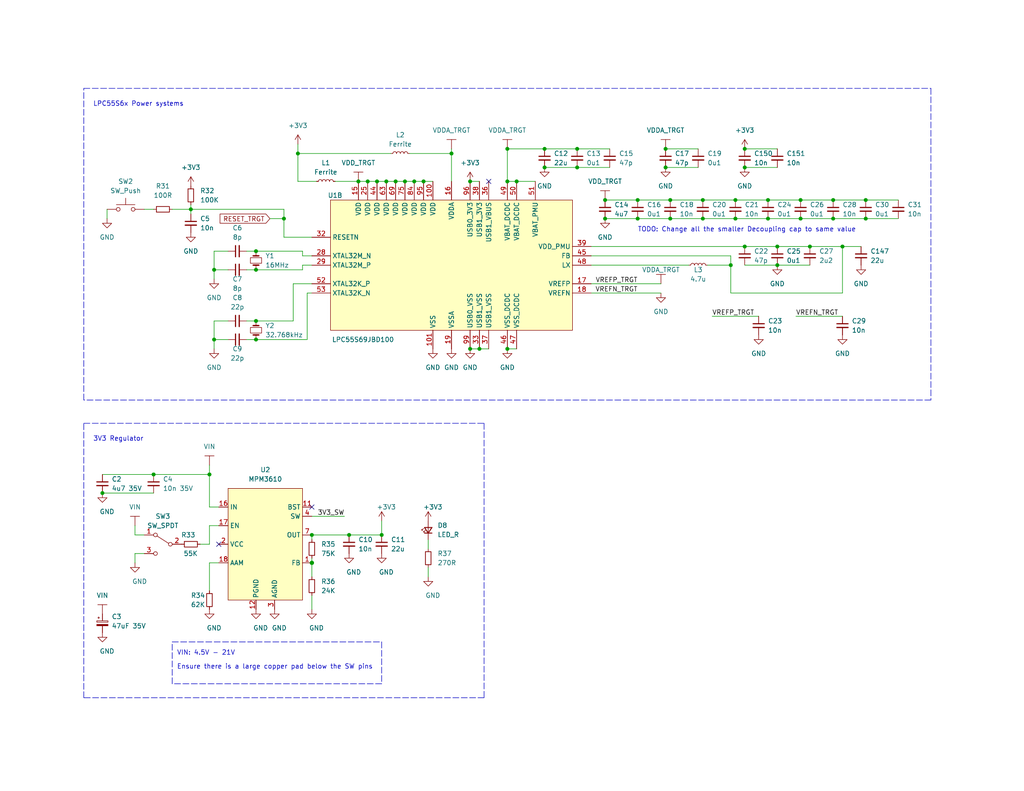
<source format=kicad_sch>
(kicad_sch (version 20231120) (generator "eeschema") (generator_version "8.0")
  (paper "USLetter")
  (title_block (title "ReLoki - System Power") (date "2022-10-19") (rev "0.1") (company "George Mason University"))
  (lib_symbols
    (symbol "Converter_DCDC_U:MPM3610"
      (property "Reference" "U" (at -8.89 13.97 0))
      (property "Value" "MPM3610" (at 6.35 13.97 0))
      (symbol "MPM3610_0_1"
        (rectangle (start -10.16 12.7) (end 10.16 -17.78) (fill (type background)))
      )
      (symbol "MPM3610_1_1"
        (pin input line (at 12.7 -7.62 180) (length 2.54) (name "FB") (number "1"))
        (pin no_connect line (at 10.16 -12.7 180) (length 2.54) hide (name "NC") (number "10"))
        (pin input line (at 12.7 7.62 180) (length 2.54) (name "BST") (number "11"))
        (pin input line (at -2.54 -20.32 90) (length 2.54) (name "PGND") (number "12"))
        (pin input line (at -2.54 -20.32 90) (length 2.54) hide (name "PGND") (number "13"))
        (pin input line (at -2.54 -20.32 90) (length 2.54) hide (name "PGND") (number "14"))
        (pin no_connect line (at 10.16 -10.16 180) (length 2.54) hide (name "NC") (number "15"))
        (pin power_in line (at -12.7 7.62 0) (length 2.54) (name "IN") (number "16"))
        (pin input line (at -12.7 2.54 0) (length 2.54) (name "EN") (number "17"))
        (pin input line (at -12.7 -7.62 0) (length 2.54) (name "AAM") (number "18"))
        (pin power_out line (at -12.7 -2.54 0) (length 2.54) (name "VCC") (number "2"))
        (pin input line (at 2.54 -20.32 90) (length 2.54) (name "AGND") (number "3"))
        (pin output line (at 12.7 5.08 180) (length 2.54) (name "SW") (number "4"))
        (pin output line (at 12.7 5.08 180) (length 2.54) hide (name "SW") (number "5"))
        (pin output line (at 12.7 5.08 180) (length 2.54) hide (name "SW") (number "6"))
        (pin power_out line (at 12.7 0 180) (length 2.54) (name "OUT") (number "7"))
        (pin power_out line (at 12.7 0 180) (length 2.54) hide (name "OUT") (number "8"))
        (pin power_out line (at 12.7 0 180) (length 2.54) hide (name "OUT") (number "9"))
      )
    )
    (symbol "Device:C_Polarized_Small" (pin_numbers hide) (pin_names (offset 0.254) hide)
      (property "Reference" "C" (at 0.254 1.778 0))
      (property "Value" "C_Polarized_Small" (at 0.254 -2.032 0))
      (symbol "C_Polarized_Small_0_1"
        (rectangle (start -1.524 -0.3048) (end 1.524 -0.6858) (fill (type outline)))
        (rectangle (start -1.524 0.6858) (end 1.524 0.3048))
        (polyline (pts (xy -1.27 1.524) (xy -0.762 1.524)))
        (polyline (pts (xy -1.016 1.27) (xy -1.016 1.778)))
      )
      (symbol "C_Polarized_Small_1_1"
        (pin passive line (at 0 2.54 270) (length 1.8542) (name "~") (number "1"))
        (pin passive line (at 0 -2.54 90) (length 1.8542) (name "~") (number "2"))
      )
    )
    (symbol "Device:C_Small" (pin_numbers hide) (pin_names (offset 0.254) hide)
      (property "Reference" "C" (at 0.254 1.778 0))
      (property "Value" "C_Small" (at 0.254 -2.032 0))
      (symbol "C_Small_0_1"
        (polyline (pts (xy -1.524 -0.508) (xy 1.524 -0.508)) (stroke (width 0.3302)))
        (polyline (pts (xy -1.524 0.508) (xy 1.524 0.508)) (stroke (width 0.3048)))
      )
      (symbol "C_Small_1_1"
        (pin passive line (at 0 2.54 270) (length 2.032) (name "~") (number "1"))
        (pin passive line (at 0 -2.54 90) (length 2.032) (name "~") (number "2"))
      )
    )
    (symbol "Device:Crystal_Small" (pin_numbers hide) (pin_names (offset 1.016) hide)
      (property "Reference" "Y" (at 0 2.54 0))
      (property "Value" "Crystal_Small" (at 0 -2.54 0))
      (symbol "Crystal_Small_0_1"
        (rectangle (start -0.762 -1.524) (end 0.762 1.524))
        (polyline (pts (xy -1.27 -0.762) (xy -1.27 0.762)) (stroke (width 0.381)))
        (polyline (pts (xy 1.27 -0.762) (xy 1.27 0.762)) (stroke (width 0.381)))
      )
      (symbol "Crystal_Small_1_1"
        (pin passive line (at -2.54 0 0) (length 1.27) (name "1") (number "1"))
        (pin passive line (at 2.54 0 180) (length 1.27) (name "2") (number "2"))
      )
    )
    (symbol "Device:LED_Small" (pin_numbers hide) (pin_names (offset 0.254) hide)
      (property "Reference" "D" (at -1.27 3.175 0))
      (property "Value" "LED_Small" (at -4.445 -2.54 0))
      (symbol "LED_Small_0_1"
        (polyline (pts (xy -0.762 -1.016) (xy -0.762 1.016)) (stroke (width 0.254)))
        (polyline (pts (xy 1.016 0) (xy -0.762 0)))
        (polyline (pts (xy 0.762 -1.016) (xy -0.762 0) (xy 0.762 1.016) (xy 0.762 -1.016)) (stroke (width 0.254)))
        (polyline (pts (xy 0 0.762) (xy -0.508 1.27) (xy -0.254 1.27) (xy -0.508 1.27) (xy -0.508 1.016)))
        (polyline (pts (xy 0.508 1.27) (xy 0 1.778) (xy 0.254 1.778) (xy 0 1.778) (xy 0 1.524)))
      )
      (symbol "LED_Small_1_1"
        (pin passive line (at -2.54 0 0) (length 1.778) (name "K") (number "1"))
        (pin passive line (at 2.54 0 180) (length 1.778) (name "A") (number "2"))
      )
    )
    (symbol "Device:L_Small" (pin_numbers hide) (pin_names (offset 0.254) hide)
      (property "Reference" "L" (at 0.762 1.016 0))
      (property "Value" "L_Small" (at 0.762 -1.016 0))
      (symbol "L_Small_0_1"
        (arc (start 0 -2.032) (mid 0.5058 -1.524) (end 0 -1.016))
        (arc (start 0 -1.016) (mid 0.5058 -0.508) (end 0 0))
        (arc (start 0 0) (mid 0.5058 0.508) (end 0 1.016))
        (arc (start 0 1.016) (mid 0.5058 1.524) (end 0 2.032))
      )
      (symbol "L_Small_1_1"
        (pin passive line (at 0 2.54 270) (length 0.508) (name "~") (number "1"))
        (pin passive line (at 0 -2.54 90) (length 0.508) (name "~") (number "2"))
      )
    )
    (symbol "Device:R_Small" (pin_numbers hide) (pin_names (offset 0.254) hide)
      (property "Reference" "R" (at 0.762 0.508 0))
      (property "Value" "R_Small" (at 0.762 -1.016 0))
      (symbol "R_Small_0_1"
        (rectangle (start -0.762 1.778) (end 0.762 -1.778) (stroke (width 0.2032)))
      )
      (symbol "R_Small_1_1"
        (pin passive line (at 0 2.54 270) (length 0.762) (name "~") (number "1"))
        (pin passive line (at 0 -2.54 90) (length 0.762) (name "~") (number "2"))
      )
    )
    (symbol "MCU_NXP_LPC_U:LPC55S69JBD100"
      (property "Reference" "U" (at 0 48.26 0))
      (property "Value" "LPC55S69JBD100" (at 0 45.72 0))
      (symbol "LPC55S69JBD100_1_1"
        (rectangle (start -15.24 43.18) (end 15.24 -66.04) (fill (type background)))
        (pin bidirectional line (at 20.32 22.86 180) (length 5.08) (name "P1.4") (number "1"))
        (pin bidirectional line (at 20.32 10.16 180) (length 5.08) (name "P1.9") (number "10"))
        (pin bidirectional line (at 20.32 33.02 180) (length 5.08) (name "P1.0") (number "11"))
        (pin bidirectional line (at -20.32 2.54 0) (length 5.08) (name "P0.12/SWDIO") (number "12"))
        (pin bidirectional line (at -20.32 5.08 0) (length 5.08) (name "P0.11/SWCLK") (number "13"))
        (pin bidirectional line (at -20.32 -7.62 0) (length 5.08) (name "P0.16") (number "14"))
        (pin bidirectional line (at 20.32 0 180) (length 5.08) (name "P1.13") (number "2"))
        (pin bidirectional line (at -20.32 -25.4 0) (length 5.08) (name "P0.23") (number "20"))
        (pin bidirectional line (at -20.32 7.62 0) (length 5.08) (name "P0.10") (number "21"))
        (pin bidirectional line (at -20.32 -5.08 0) (length 5.08) (name "P0.15") (number "22"))
        (pin bidirectional line (at -20.32 -45.72 0) (length 5.08) (name "P0.31") (number "23"))
        (pin bidirectional line (at 20.32 12.7 180) (length 5.08) (name "P1.8") (number "24"))
        (pin bidirectional line (at -20.32 12.7 0) (length 5.08) (name "P0.8") (number "26"))
        (pin bidirectional line (at -20.32 -35.56 0) (length 5.08) (name "P0.27") (number "27"))
        (pin bidirectional line (at 20.32 -27.94 180) (length 5.08) (name "P1.24") (number "3"))
        (pin bidirectional line (at 20.32 -20.32 180) (length 5.08) (name "P1.21") (number "30"))
        (pin bidirectional line (at 20.32 20.32 180) (length 5.08) (name "P1.5") (number "31"))
        (pin bidirectional line (at 20.32 -53.34 180) (length 5.08) (name "USB1_D_P") (number "34"))
        (pin bidirectional line (at 20.32 -55.88 180) (length 5.08) (name "USB1_D_N") (number "35"))
        (pin bidirectional line (at 20.32 -17.78 180) (length 5.08) (name "P1.20") (number "4"))
        (pin bidirectional line (at 20.32 7.62 180) (length 5.08) (name "P1.10") (number "40"))
        (pin bidirectional line (at 20.32 -22.86 180) (length 5.08) (name "P1.22") (number "41"))
        (pin bidirectional line (at 20.32 -25.4 180) (length 5.08) (name "P1.23") (number "42"))
        (pin bidirectional line (at 20.32 -10.16 180) (length 5.08) (name "P1.17") (number "43"))
        (pin bidirectional line (at 20.32 17.78 180) (length 5.08) (name "P1.6") (number "5"))
        (pin bidirectional line (at -20.32 33.02 0) (length 5.08) (name "P0.0") (number "54"))
        (pin bidirectional line (at -20.32 10.16 0) (length 5.08) (name "P0.9") (number "55"))
        (pin bidirectional line (at -20.32 -12.7 0) (length 5.08) (name "P0.18") (number "56"))
        (pin bidirectional line (at 20.32 -2.54 180) (length 5.08) (name "P1.14") (number "57"))
        (pin bidirectional line (at 20.32 -15.24 180) (length 5.08) (name "P1.19") (number "58"))
        (pin bidirectional line (at 20.32 30.48 180) (length 5.08) (name "P1.1") (number "59"))
        (pin bidirectional line (at -20.32 15.24 0) (length 5.08) (name "P0.7") (number "6"))
        (pin bidirectional line (at -20.32 -33.02 0) (length 5.08) (name "P0.26") (number "60"))
        (pin bidirectional line (at 20.32 27.94 180) (length 5.08) (name "P1.2") (number "61"))
        (pin bidirectional line (at 20.32 25.4 180) (length 5.08) (name "P1.3") (number "62"))
        (pin bidirectional line (at 20.32 -12.7 180) (length 5.08) (name "P1.18") (number "64"))
        (pin bidirectional line (at 20.32 -43.18 180) (length 5.08) (name "P1.30") (number "65"))
        (pin bidirectional line (at -20.32 -38.1 0) (length 5.08) (name "P0.28") (number "66"))
        (pin bidirectional line (at 20.32 2.54 180) (length 5.08) (name "P1.12") (number "67"))
        (pin bidirectional line (at 20.32 -33.02 180) (length 5.08) (name "P1.26") (number "68"))
        (pin bidirectional line (at -20.32 30.48 0) (length 5.08) (name "P0.1") (number "7"))
        (pin bidirectional line (at -20.32 -27.94 0) (length 5.08) (name "P0.24") (number "70"))
        (pin bidirectional line (at -20.32 0 0) (length 5.08) (name "P0.13") (number "71"))
        (pin bidirectional line (at -20.32 -2.54 0) (length 5.08) (name "P0.14") (number "72"))
        (pin bidirectional line (at 20.32 -38.1 180) (length 5.08) (name "P1.28") (number "73"))
        (pin bidirectional line (at -20.32 -17.78 0) (length 5.08) (name "P0.20") (number "74"))
        (pin bidirectional line (at -20.32 -20.32 0) (length 5.08) (name "P0.21") (number "76"))
        (pin bidirectional line (at 20.32 -30.48 180) (length 5.08) (name "P1.25") (number "77"))
        (pin bidirectional line (at -20.32 -22.86 0) (length 5.08) (name "P0.22") (number "78"))
        (pin bidirectional line (at -20.32 -30.48 0) (length 5.08) (name "P0.25") (number "79"))
        (pin bidirectional line (at -20.32 -10.16 0) (length 5.08) (name "P0.17") (number "8"))
        (pin bidirectional line (at 20.32 -40.64 180) (length 5.08) (name "P1.29") (number "80"))
        (pin bidirectional line (at -20.32 27.94 0) (length 5.08) (name "P0.2") (number "81"))
        (pin bidirectional line (at 20.32 -5.08 180) (length 5.08) (name "P1.15") (number "82"))
        (pin bidirectional line (at -20.32 25.4 0) (length 5.08) (name "P0.3") (number "83"))
        (pin bidirectional line (at 20.32 -35.56 180) (length 5.08) (name "P1.27") (number "85"))
        (pin bidirectional line (at -20.32 22.86 0) (length 5.08) (name "P0.4") (number "86"))
        (pin bidirectional line (at 20.32 -7.62 180) (length 5.08) (name "P1.16") (number "87"))
        (pin bidirectional line (at -20.32 20.32 0) (length 5.08) (name "P0.5") (number "88"))
        (pin bidirectional line (at -20.32 17.78 0) (length 5.08) (name "P0.6") (number "89"))
        (pin bidirectional line (at 20.32 15.24 180) (length 5.08) (name "P1.7") (number "9"))
        (pin bidirectional line (at -20.32 -15.24 0) (length 5.08) (name "P0.19") (number "90"))
        (pin bidirectional line (at 20.32 -45.72 180) (length 5.08) (name "P1.31") (number "91"))
        (pin bidirectional line (at -20.32 -40.64 0) (length 5.08) (name "P0.29") (number "92"))
        (pin bidirectional line (at 20.32 5.08 180) (length 5.08) (name "P1.11") (number "93"))
        (pin bidirectional line (at -20.32 -43.18 0) (length 5.08) (name "P0.30") (number "94"))
        (pin bidirectional line (at -20.32 -53.34 0) (length 5.08) (name "USB0_D_P") (number "97"))
        (pin bidirectional line (at -20.32 -55.88 0) (length 5.08) (name "USB0_D_N") (number "98"))
      )
      (symbol "LPC55S69JBD100_2_1"
        (rectangle (start -33.02 10.16) (end 33.02 -25.4) (fill (type background)))
        (pin power_in line (at -5.08 15.24 270) (length 5.08) (name "VDD") (number "100"))
        (pin power_in line (at -5.08 -30.48 90) (length 5.08) (name "VSS") (number "101"))
        (pin power_in line (at -25.4 15.24 270) (length 5.08) (name "VDD") (number "15"))
        (pin power_in line (at 0 15.24 270) (length 5.08) (name "VDDA") (number "16"))
        (pin input line (at 38.1 -12.7 180) (length 5.08) (name "VREFP") (number "17"))
        (pin input line (at 38.1 -15.24 180) (length 5.08) (name "VREFN") (number "18"))
        (pin power_in line (at 0 -30.48 90) (length 5.08) (name "VSSA") (number "19"))
        (pin power_in line (at -22.86 15.24 270) (length 5.08) (name "VDD") (number "25"))
        (pin input line (at -38.1 -5.08 0) (length 5.08) (name "XTAL32M_N") (number "28"))
        (pin output line (at -38.1 -7.62 0) (length 5.08) (name "XTAL32M_P") (number "29"))
        (pin input line (at -38.1 0 0) (length 5.08) (name "RESETN") (number "32"))
        (pin power_in line (at 7.62 -30.48 90) (length 5.08) (name "USB1_VSS") (number "33"))
        (pin power_in line (at 10.16 15.24 270) (length 5.08) (name "USB1_VBUS") (number "36"))
        (pin power_in line (at 10.16 -30.48 90) (length 5.08) (name "USB1_VSS") (number "37"))
        (pin power_in line (at 7.62 15.24 270) (length 5.08) (name "USB1_3V3") (number "38"))
        (pin output line (at 38.1 -2.54 180) (length 5.08) (name "VDD_PMU") (number "39"))
        (pin power_in line (at -20.32 15.24 270) (length 5.08) (name "VDD") (number "44"))
        (pin input line (at 38.1 -5.08 180) (length 5.08) (name "FB") (number "45"))
        (pin power_in line (at 15.24 -30.48 90) (length 5.08) (name "VSS_DCDC") (number "46"))
        (pin power_in line (at 17.78 -30.48 90) (length 5.08) (name "VSS_DCDC") (number "47"))
        (pin input line (at 38.1 -7.62 180) (length 5.08) (name "LX") (number "48"))
        (pin power_in line (at 15.24 15.24 270) (length 5.08) (name "VBAT_DCDC") (number "49"))
        (pin power_in line (at 17.78 15.24 270) (length 5.08) (name "VBAT_DCDC") (number "50"))
        (pin power_in line (at 22.86 15.24 270) (length 5.08) (name "VBAT_PMU") (number "51"))
        (pin output line (at -38.1 -12.7 0) (length 5.08) (name "XTAL32K_P") (number "52"))
        (pin input line (at -38.1 -15.24 0) (length 5.08) (name "XTAL32K_N") (number "53"))
        (pin power_in line (at -17.78 15.24 270) (length 5.08) (name "VDD") (number "63"))
        (pin power_in line (at -15.24 15.24 270) (length 5.08) (name "VDD") (number "69"))
        (pin power_in line (at -12.7 15.24 270) (length 5.08) (name "VDD") (number "75"))
        (pin power_in line (at -10.16 15.24 270) (length 5.08) (name "VDD") (number "84"))
        (pin power_in line (at -7.62 15.24 270) (length 5.08) (name "VDD") (number "95"))
        (pin power_in line (at 5.08 15.24 270) (length 5.08) (name "USB0_3V3") (number "96"))
        (pin power_in line (at 5.08 -30.48 90) (length 5.08) (name "USB0_VSS") (number "99"))
      )
    )
    (symbol "Switch:SW_Push" (pin_numbers hide) (pin_names (offset 1.016) hide)
      (property "Reference" "SW" (at 1.27 2.54 0))
      (property "Value" "SW_Push" (at 0 -1.524 0))
      (symbol "SW_Push_0_1"
        (circle (center -2.032 0) (radius 0.508))
        (polyline (pts (xy 0 1.27) (xy 0 3.048)))
        (polyline (pts (xy 2.54 1.27) (xy -2.54 1.27)))
        (circle (center 2.032 0) (radius 0.508))
        (pin passive line (at -5.08 0 0) (length 2.54) (name "1") (number "1"))
        (pin passive line (at 5.08 0 180) (length 2.54) (name "2") (number "2"))
      )
    )
    (symbol "Switch:SW_SPDT" (pin_names (offset 0) hide)
      (property "Reference" "SW" (at 0 4.318 0))
      (property "Value" "SW_SPDT" (at 0 -5.08 0))
      (symbol "SW_SPDT_0_0"
        (circle (center -2.032 0) (radius 0.508))
        (circle (center 2.032 -2.54) (radius 0.508))
      )
      (symbol "SW_SPDT_0_1"
        (polyline (pts (xy -1.524 0.254) (xy 1.651 2.286)))
        (circle (center 2.032 2.54) (radius 0.508))
      )
      (symbol "SW_SPDT_1_1"
        (pin passive line (at 5.08 2.54 180) (length 2.54) (name "A") (number "1"))
        (pin passive line (at -5.08 0 0) (length 2.54) (name "B") (number "2"))
        (pin passive line (at 5.08 -2.54 180) (length 2.54) (name "C") (number "3"))
      )
    )
    (symbol "VDDA_TRGT_1" (power) (in_bom no) (on_board no)
      (property "Value" "VDDA_TRGT_1" (at 0 3.81 0))
      (symbol "VDDA_TRGT_1_0_1"
        (polyline (pts (xy -1.27 2.54) (xy 1.27 2.54)))
        (polyline (pts (xy 0 0) (xy 0 2.54)))
      )
      (symbol "VDDA_TRGT_1_1_1"
        (pin power_in line (at 0 0 90) (length 0) hide (name "VDDA_TRGT") (number "1"))
      )
    )
    (symbol "VDD_TRGT_1" (power) (in_bom no) (on_board no)
      (property "Value" "VDD_TRGT_1" (at 0 3.81 0))
      (symbol "VDD_TRGT_1_0_1"
        (polyline (pts (xy -1.27 2.54) (xy 1.27 2.54)))
        (polyline (pts (xy 0 0) (xy 0 2.54)))
      )
      (symbol "VDD_TRGT_1_1_1"
        (pin power_in line (at 0 0 90) (length 0) hide (name "VDD_TRGT") (number "1"))
      )
    )
    (symbol "VIN_1" (power) (in_bom no) (on_board no)
      (property "Value" "VIN_1" (at 0 3.81 0))
      (symbol "VIN_1_0_1"
        (polyline (pts (xy -1.27 2.54) (xy 1.27 2.54)))
        (polyline (pts (xy 0 0) (xy 0 2.54)))
      )
      (symbol "VIN_1_1_1"
        (pin power_in line (at 0 0 90) (length 0) hide (name "VIN") (number "1"))
      )
    )
    (symbol "VIN_2" (power) (in_bom no) (on_board no)
      (property "Value" "VIN_2" (at 0 3.81 0))
      (symbol "VIN_2_0_1"
        (polyline (pts (xy -1.27 2.54) (xy 1.27 2.54)))
        (polyline (pts (xy 0 0) (xy 0 2.54)))
      )
      (symbol "VIN_2_1_1"
        (pin power_in line (at 0 0 90) (length 0) hide (name "VIN") (number "1"))
      )
    )
    (symbol "power:+3V3" (power) (pin_names (offset 0))
      (property "Value" "+3V3" (at 0 3.556 0))
      (symbol "+3V3_0_1"
        (polyline (pts (xy -0.762 1.27) (xy 0 2.54)))
        (polyline (pts (xy 0 0) (xy 0 2.54)))
        (polyline (pts (xy 0 2.54) (xy 0.762 1.27)))
      )
      (symbol "+3V3_1_1"
        (pin power_in line (at 0 0 90) (length 0) hide (name "+3V3") (number "1"))
      )
    )
    (symbol "power:GND" (power) (pin_names (offset 0))
      (property "Value" "GND" (at 0 -3.81 0))
      (symbol "GND_0_1"
        (polyline (pts (xy 0 0) (xy 0 -1.27) (xy 1.27 -1.27) (xy 0 -2.54) (xy -1.27 -1.27) (xy 0 -1.27)))
      )
      (symbol "GND_1_1"
        (pin power_in line (at 0 0 270) (length 0) hide (name "GND") (number "1"))
      )
    )
    (symbol "power_U:VIN" (power) (in_bom no) (on_board no)
      (property "Value" "VIN" (at 0 3.81 0))
      (symbol "VIN_0_1"
        (polyline (pts (xy -1.27 2.54) (xy 1.27 2.54)))
        (polyline (pts (xy 0 0) (xy 0 2.54)))
      )
      (symbol "VIN_1_1"
        (pin power_in line (at 0 0 90) (length 0) hide (name "VIN") (number "1"))
      )
    )
  )
  (junction (at 130.81 95.25))
  (junction (at 128.27 95.25))
  (junction (at 100.33 49.53))
  (junction (at 203.2 40.64))
  (junction (at 209.55 54.61))
  (junction (at 27.94 134.62))
  (junction (at 181.61 45.72))
  (junction (at 236.22 59.69))
  (junction (at 107.95 49.53))
  (junction (at 115.57 49.53))
  (junction (at 69.85 92.71))
  (junction (at 209.55 59.69))
  (junction (at 81.28 41.91))
  (junction (at 157.48 40.64))
  (junction (at 123.19 41.91))
  (junction (at 138.43 95.25))
  (junction (at 104.14 146.05))
  (junction (at 182.88 54.61))
  (junction (at 148.59 45.72))
  (junction (at 227.33 54.61))
  (junction (at 85.09 146.05))
  (junction (at 173.99 54.61))
  (junction (at 128.27 49.53))
  (junction (at 220.98 67.31))
  (junction (at 95.25 146.05))
  (junction (at 229.87 67.31))
  (junction (at 227.33 59.69))
  (junction (at 102.87 49.53))
  (junction (at 173.99 59.69))
  (junction (at 218.44 59.69))
  (junction (at 105.41 49.53))
  (junction (at 85.09 153.67) (diameter 1.016))
  (junction (at 182.88 59.69))
  (junction (at 218.44 54.61))
  (junction (at 165.1 59.69))
  (junction (at 212.09 72.39))
  (junction (at 191.77 59.69))
  (junction (at 110.49 49.53))
  (junction (at 58.42 92.71))
  (junction (at 69.85 68.58))
  (junction (at 203.2 45.72))
  (junction (at 138.43 40.64))
  (junction (at 236.22 54.61))
  (junction (at 97.79 49.53))
  (junction (at 148.59 40.64))
  (junction (at 212.09 67.31))
  (junction (at 203.2 67.31))
  (junction (at 191.77 54.61))
  (junction (at 181.61 40.64))
  (junction (at 199.39 72.39))
  (junction (at 69.85 73.66))
  (junction (at 140.97 49.53))
  (junction (at 138.43 49.53))
  (junction (at 157.48 45.72))
  (junction (at 77.47 59.69))
  (junction (at 200.66 54.61))
  (junction (at 113.03 49.53))
  (junction (at 41.91 129.54))
  (junction (at 165.1 54.61))
  (junction (at 57.15 129.54))
  (junction (at 52.07 57.15))
  (junction (at 58.42 73.66))
  (junction (at 200.66 59.69))
  (junction (at 69.85 87.63))
  (no_connect (at 59.69 148.59))
  (no_connect (at 133.35 49.53))
  (no_connect (at 85.09 138.43))
  (wire (pts (xy 212.09 72.39) (xy 220.98 72.39)))
  (wire (pts (xy 85.09 146.05) (xy 85.09 147.32)))
  (wire (pts (xy 57.15 153.67) (xy 59.69 153.67)))
  (polyline (pts (xy 22.86 115.57) (xy 132.08 115.57)) (stroke (width 0) (type dash)))
  (wire (pts (xy 116.84 154.94) (xy 116.84 157.48)))
  (wire (pts (xy 110.49 49.53) (xy 113.03 49.53)))
  (wire (pts (xy 128.27 49.53) (xy 130.81 49.53)))
  (wire (pts (xy 52.07 55.88) (xy 52.07 57.15)))
  (wire (pts (xy 58.42 87.63) (xy 58.42 92.71)))
  (wire (pts (xy 236.22 59.69) (xy 245.11 59.69)))
  (wire (pts (xy 181.61 40.64) (xy 190.5 40.64)))
  (wire (pts (xy 52.07 57.15) (xy 52.07 58.42)))
  (wire (pts (xy 229.87 80.01) (xy 199.39 80.01)))
  (wire (pts (xy 85.09 140.97) (xy 93.98 140.97)))
  (wire (pts (xy 62.23 73.66) (xy 58.42 73.66)))
  (wire (pts (xy 236.22 54.61) (xy 245.11 54.61)))
  (wire (pts (xy 191.77 59.69) (xy 200.66 59.69)))
  (wire (pts (xy 107.95 49.53) (xy 110.49 49.53)))
  (wire (pts (xy 52.07 57.15) (xy 77.47 57.15)))
  (wire (pts (xy 104.14 146.05) (xy 104.14 142.24)))
  (wire (pts (xy 85.09 77.47) (xy 80.01 77.47)))
  (wire (pts (xy 203.2 67.31) (xy 212.09 67.31)))
  (polyline (pts (xy 132.08 190.5) (xy 22.86 190.5)) (stroke (width 0) (type dash)))
  (wire (pts (xy 138.43 95.25) (xy 140.97 95.25)))
  (wire (pts (xy 148.59 45.72) (xy 157.48 45.72)))
  (wire (pts (xy 173.99 54.61) (xy 182.88 54.61)))
  (wire (pts (xy 200.66 54.61) (xy 209.55 54.61)))
  (wire (pts (xy 116.84 147.32) (xy 116.84 149.86)))
  (wire (pts (xy 36.83 146.05) (xy 36.83 143.51)))
  (wire (pts (xy 57.15 127) (xy 57.15 129.54)))
  (wire (pts (xy 148.59 40.64) (xy 157.48 40.64)))
  (wire (pts (xy 199.39 80.01) (xy 199.39 72.39)))
  (polyline (pts (xy 46.99 175.26) (xy 104.14 175.26)) (stroke (width 0) (type dash)))
  (wire (pts (xy 57.15 161.29) (xy 57.15 153.67)))
  (wire (pts (xy 81.28 39.37) (xy 81.28 41.91)))
  (wire (pts (xy 77.47 57.15) (xy 77.47 59.69)))
  (wire (pts (xy 85.09 152.4) (xy 85.09 153.67)))
  (wire (pts (xy 209.55 59.69) (xy 218.44 59.69)))
  (wire (pts (xy 165.1 54.61) (xy 173.99 54.61)))
  (wire (pts (xy 67.31 73.66) (xy 69.85 73.66)))
  (wire (pts (xy 203.2 45.72) (xy 212.09 45.72)))
  (wire (pts (xy 58.42 92.71) (xy 58.42 95.25)))
  (polyline (pts (xy 22.86 24.13) (xy 254 24.13)) (stroke (width 0) (type dash)))
  (wire (pts (xy 58.42 87.63) (xy 62.23 87.63)))
  (wire (pts (xy 212.09 67.31) (xy 220.98 67.31)))
  (wire (pts (xy 199.39 72.39) (xy 199.39 69.85)))
  (wire (pts (xy 227.33 59.69) (xy 236.22 59.69)))
  (wire (pts (xy 130.81 95.25) (xy 133.35 95.25)))
  (wire (pts (xy 100.33 49.53) (xy 102.87 49.53)))
  (wire (pts (xy 57.15 143.51) (xy 57.15 148.59)))
  (wire (pts (xy 80.01 77.47) (xy 80.01 87.63)))
  (wire (pts (xy 157.48 40.64) (xy 166.37 40.64)))
  (polyline (pts (xy 254 24.13) (xy 254 109.22)) (stroke (width 0) (type dash)))
  (wire (pts (xy 95.25 146.05) (xy 104.14 146.05)))
  (wire (pts (xy 123.19 40.64) (xy 123.19 41.91)))
  (wire (pts (xy 58.42 68.58) (xy 62.23 68.58)))
  (polyline (pts (xy 22.86 190.5) (xy 22.86 115.57)) (stroke (width 0) (type dash)))
  (wire (pts (xy 67.31 68.58) (xy 69.85 68.58)))
  (wire (pts (xy 77.47 64.77) (xy 85.09 64.77)))
  (wire (pts (xy 199.39 69.85) (xy 161.29 69.85)))
  (polyline (pts (xy 132.08 115.57) (xy 132.08 190.5)) (stroke (width 0) (type dash)))
  (wire (pts (xy 81.28 41.91) (xy 106.68 41.91)))
  (wire (pts (xy 97.79 49.53) (xy 100.33 49.53)))
  (wire (pts (xy 57.15 143.51) (xy 59.69 143.51)))
  (wire (pts (xy 39.37 146.05) (xy 36.83 146.05)))
  (wire (pts (xy 73.66 59.69) (xy 77.47 59.69)))
  (wire (pts (xy 115.57 49.53) (xy 118.11 49.53)))
  (wire (pts (xy 138.43 49.53) (xy 140.97 49.53)))
  (wire (pts (xy 218.44 54.61) (xy 227.33 54.61)))
  (wire (pts (xy 111.76 41.91) (xy 123.19 41.91)))
  (wire (pts (xy 57.15 138.43) (xy 59.69 138.43)))
  (polyline (pts (xy 22.86 109.22) (xy 22.86 24.13)) (stroke (width 0) (type dash)))
  (wire (pts (xy 218.44 59.69) (xy 227.33 59.69)))
  (wire (pts (xy 27.94 134.62) (xy 41.91 134.62)))
  (wire (pts (xy 91.44 49.53) (xy 97.79 49.53)))
  (wire (pts (xy 85.09 153.67) (xy 85.09 157.48)))
  (wire (pts (xy 81.28 41.91) (xy 81.28 49.53)))
  (wire (pts (xy 209.55 54.61) (xy 218.44 54.61)))
  (polyline (pts (xy 254 109.22) (xy 22.86 109.22)) (stroke (width 0) (type dash)))
  (wire (pts (xy 105.41 49.53) (xy 107.95 49.53)))
  (wire (pts (xy 140.97 49.53) (xy 146.05 49.53)))
  (polyline (pts (xy 104.14 175.26) (xy 104.14 186.69)) (stroke (width 0) (type dash)))
  (wire (pts (xy 85.09 80.01) (xy 83.82 80.01)))
  (wire (pts (xy 27.94 129.54) (xy 41.91 129.54)))
  (wire (pts (xy 138.43 40.64) (xy 138.43 49.53)))
  (wire (pts (xy 138.43 40.64) (xy 148.59 40.64)))
  (wire (pts (xy 113.03 49.53) (xy 115.57 49.53)))
  (wire (pts (xy 67.31 87.63) (xy 69.85 87.63)))
  (wire (pts (xy 229.87 67.31) (xy 234.95 67.31)))
  (wire (pts (xy 85.09 72.39) (xy 82.55 72.39)))
  (wire (pts (xy 203.2 72.39) (xy 212.09 72.39)))
  (wire (pts (xy 161.29 72.39) (xy 187.96 72.39)))
  (wire (pts (xy 67.31 92.71) (xy 69.85 92.71)))
  (wire (pts (xy 83.82 80.01) (xy 83.82 92.71)))
  (wire (pts (xy 69.85 92.71) (xy 83.82 92.71)))
  (wire (pts (xy 165.1 59.69) (xy 173.99 59.69)))
  (wire (pts (xy 191.77 54.61) (xy 200.66 54.61)))
  (wire (pts (xy 217.17 86.36) (xy 229.87 86.36)))
  (wire (pts (xy 173.99 59.69) (xy 182.88 59.69)))
  (wire (pts (xy 161.29 80.01) (xy 180.34 80.01)))
  (wire (pts (xy 85.09 69.85) (xy 82.55 69.85)))
  (wire (pts (xy 82.55 72.39) (xy 82.55 73.66)))
  (wire (pts (xy 69.85 68.58) (xy 82.55 68.58)))
  (wire (pts (xy 161.29 77.47) (xy 180.34 77.47)))
  (wire (pts (xy 161.29 67.31) (xy 203.2 67.31)))
  (wire (pts (xy 220.98 67.31) (xy 229.87 67.31)))
  (wire (pts (xy 86.36 49.53) (xy 81.28 49.53)))
  (wire (pts (xy 41.91 129.54) (xy 57.15 129.54)))
  (polyline (pts (xy 46.99 186.69) (xy 46.99 175.26)) (stroke (width 0) (type dash)))
  (wire (pts (xy 194.31 86.36) (xy 207.01 86.36)))
  (wire (pts (xy 77.47 59.69) (xy 77.47 64.77)))
  (wire (pts (xy 182.88 54.61) (xy 191.77 54.61)))
  (wire (pts (xy 58.42 68.58) (xy 58.42 73.66)))
  (wire (pts (xy 193.04 72.39) (xy 199.39 72.39)))
  (wire (pts (xy 69.85 73.66) (xy 82.55 73.66)))
  (wire (pts (xy 229.87 67.31) (xy 229.87 80.01)))
  (polyline (pts (xy 104.14 186.69) (xy 46.99 186.69)) (stroke (width 0) (type dash)))
  (wire (pts (xy 203.2 40.64) (xy 212.09 40.64)))
  (wire (pts (xy 39.37 57.15) (xy 41.91 57.15)))
  (wire (pts (xy 54.61 148.59) (xy 57.15 148.59)))
  (wire (pts (xy 157.48 45.72) (xy 166.37 45.72)))
  (wire (pts (xy 85.09 146.05) (xy 95.25 146.05)))
  (wire (pts (xy 85.09 166.37) (xy 85.09 162.56)))
  (wire (pts (xy 123.19 41.91) (xy 123.19 49.53)))
  (wire (pts (xy 181.61 45.72) (xy 190.5 45.72)))
  (wire (pts (xy 62.23 92.71) (xy 58.42 92.71)))
  (wire (pts (xy 58.42 73.66) (xy 58.42 76.2)))
  (wire (pts (xy 102.87 49.53) (xy 105.41 49.53)))
  (wire (pts (xy 46.99 57.15) (xy 52.07 57.15)))
  (wire (pts (xy 128.27 95.25) (xy 130.81 95.25)))
  (wire (pts (xy 82.55 69.85) (xy 82.55 68.58)))
  (wire (pts (xy 36.83 151.13) (xy 36.83 153.67)))
  (wire (pts (xy 29.21 57.15) (xy 29.21 59.69)))
  (wire (pts (xy 227.33 54.61) (xy 236.22 54.61)))
  (wire (pts (xy 57.15 129.54) (xy 57.15 138.43)))
  (wire (pts (xy 200.66 59.69) (xy 209.55 59.69)))
  (wire (pts (xy 182.88 59.69) (xy 191.77 59.69)))
  (wire (pts (xy 39.37 151.13) (xy 36.83 151.13)))
  (wire (pts (xy 69.85 87.63) (xy 80.01 87.63)))
  (text "3V3 Regulator" (at 25.4 120.65 0) (effects (font (size 1.27 1.27)) (justify left bottom)))
  (text "LPC55S6x Power systems" (at 25.4 29.21 0) (effects (font (size 1.27 1.27)) (justify left bottom)))
  (text "TODO: Change all the smaller Decoupling cap to same value" (at 173.99 63.5 0) (effects (font (size 1.27 1.27)) (justify left bottom)))
  (text "Ensure there is a large copper pad below the SW pins" (at 48.26 182.88 0) (effects (font (size 1.27 1.27)) (justify left bottom)))
  (text "VIN: 4.5V - 21V" (at 48.26 179.07 0) (effects (font (size 1.27 1.27)) (justify left bottom)))
  (label "VREFP_TRGT" (at 194.31 86.36 0))
  (label "VREFN_TRGT" (at 173.99 80.01 180))
  (label "VREFP_TRGT" (at 173.99 77.47 180))
  (label "VREFN_TRGT" (at 217.17 86.36 0))
  (label "3V3_SW" (at 93.98 140.97 180))
  (global_label "RESET_TRGT" (shape input) (at 73.66 59.69 180) (property "Intersheetrefs" "${INTERSHEET_REFS}" (effects (hide yes))))
  (symbol (lib_id "Device:C_Small") (at 157.48 43.18 0) (unit 1)
    (property "Reference" "C13" (at 160.02 41.9162 0) (effects (justify left)))
    (property "Value" "0u1" (at 160.02 44.4562 0) (effects (justify left)))
    (property "Footprint" "Capacitor_SMD:C_0402_1005Metric" (effects (hide yes)))
  )
  (symbol (lib_id "power:GND") (at 148.59 45.72 0) (unit 1)
    (property "Reference" "#PWR042" (effects (hide yes)))
    (property "Value" "GND" (at 148.59 50.8 0))
  )
  (symbol (lib_id "power_U:VIN") (at 36.83 143.51 0) (unit 1) (in_bom no) (on_board no)
    (property "Reference" "#PWR0193" (effects (hide yes)))
    (property "Value" "VIN" (at 36.83 138.43 0))
  )
  (symbol (lib_id "Device:C_Small") (at 182.88 57.15 0) (unit 1)
    (property "Reference" "C18" (at 185.42 55.8862 0) (effects (justify left)))
    (property "Value" "10n" (at 185.42 58.4262 0) (effects (justify left)))
    (property "Footprint" "Capacitor_SMD:C_0402_1005Metric" (effects (hide yes)))
  )
  (symbol (lib_id "Device:C_Small") (at 64.77 92.71 90) (unit 1)
    (property "Reference" "C9" (at 64.77 95.25 90))
    (property "Value" "22p" (at 64.77 97.79 90))
    (property "Footprint" "Capacitor_SMD:C_0402_1005Metric" (effects (hide yes)))
  )
  (symbol (lib_id "Device:R_Small") (at 85.09 160.02 0) (unit 1)
    (property "Reference" "R36" (at 87.63 158.75 0) (effects (justify left)))
    (property "Value" "24K" (at 87.63 161.29 0) (effects (justify left)))
    (property "Footprint" "Resistor_SMD:R_0402_1005Metric" (effects (hide yes)))
  )
  (symbol (lib_name "VIN_1") (lib_id "power_U:VIN") (at 57.15 127 0) (unit 1) (in_bom no) (on_board no)
    (property "Reference" "#PWR0192" (effects (hide yes)))
    (property "Value" "VIN" (at 57.15 121.92 0))
  )
  (symbol (lib_id "Device:C_Small") (at 212.09 69.85 0) (unit 1)
    (property "Reference" "C25" (at 214.63 68.5862 0) (effects (justify left)))
    (property "Value" "0u1" (at 214.63 71.1262 0) (effects (justify left)))
    (property "Footprint" "Capacitor_SMD:C_0402_1005Metric" (effects (hide yes)))
  )
  (symbol (lib_id "power:GND") (at 52.07 63.5 0) (unit 1)
    (property "Reference" "#PWR020" (effects (hide yes)))
    (property "Value" "GND" (at 52.07 68.58 0))
  )
  (symbol (lib_id "power:GND") (at 27.94 172.72 0) (unit 1)
    (property "Reference" "#PWR015" (effects (hide yes)))
    (property "Value" "GND" (at 29.21 177.8 0))
  )
  (symbol (lib_id "Device:L_Small") (at 190.5 72.39 90) (unit 1)
    (property "Reference" "L3" (at 190.5 73.66 90))
    (property "Value" "4.7u" (at 190.5 76.2 90))
    (property "Footprint" "Inductor_SMD:L_0603_1608Metric" (effects (hide yes)))
  )
  (symbol (lib_id "Device:C_Small") (at 181.61 43.18 0) (unit 1)
    (property "Reference" "C17" (at 184.15 41.9162 0) (effects (justify left)))
    (property "Value" "47p" (at 184.15 44.4562 0) (effects (justify left)))
    (property "Footprint" "Capacitor_SMD:C_0402_1005Metric" (effects (hide yes)))
  )
  (symbol (lib_id "power:GND") (at 74.93 166.37 0) (unit 1)
    (property "Reference" "#PWR026" (effects (hide yes)))
    (property "Value" "GND" (at 76.2 171.45 0))
  )
  (symbol (lib_name "VDDA_TRGT_1") (lib_id "power_U:VDDA_TRGT") (at 181.61 40.64 0) (unit 1) (in_bom no) (on_board no)
    (property "Reference" "#PWR0169" (effects (hide yes)))
    (property "Value" "VDDA_TRGT" (at 181.61 35.56 0))
  )
  (symbol (lib_id "power:GND") (at 123.19 95.25 0) (unit 1)
    (property "Reference" "#PWR037" (effects (hide yes)))
    (property "Value" "GND" (at 123.19 100.33 0))
  )
  (symbol (lib_name "VDDA_TRGT_1") (lib_id "power_U:VDDA_TRGT") (at 138.43 40.64 0) (unit 1) (in_bom no) (on_board no)
    (property "Reference" "#PWR0175" (effects (hide yes)))
    (property "Value" "VDDA_TRGT" (at 138.43 35.56 0))
  )
  (symbol (lib_id "power:GND") (at 207.01 91.44 0) (unit 1)
    (property "Reference" "#PWR049" (effects (hide yes)))
    (property "Value" "GND" (at 207.01 96.52 0))
  )
  (symbol (lib_id "Device:R_Small") (at 44.45 57.15 90) (unit 1)
    (property "Reference" "R31" (at 44.45 50.8 90))
    (property "Value" "100R" (at 44.45 53.34 90))
    (property "Footprint" "Resistor_SMD:R_0402_1005Metric" (effects (hide yes)))
  )
  (symbol (lib_id "Device:C_Small") (at 229.87 88.9 0) (unit 1)
    (property "Reference" "C29" (at 232.41 87.6362 0) (effects (justify left)))
    (property "Value" "10n" (at 232.41 90.1762 0) (effects (justify left)))
    (property "Footprint" "Capacitor_SMD:C_0402_1005Metric" (effects (hide yes)))
  )
  (symbol (lib_id "Device:C_Small") (at 190.5 43.18 0) (unit 1)
    (property "Reference" "C19" (at 193.04 41.9162 0) (effects (justify left)))
    (property "Value" "0u1" (at 193.04 44.4562 0) (effects (justify left)))
    (property "Footprint" "Capacitor_SMD:C_0402_1005Metric" (effects (hide yes)))
  )
  (symbol (lib_id "power:GND") (at 118.11 95.25 0) (unit 1)
    (property "Reference" "#PWR035" (effects (hide yes)))
    (property "Value" "GND" (at 118.11 100.33 0))
  )
  (symbol (lib_name "VDD_TRGT_1") (lib_id "power_U:VDD_TRGT") (at 165.1 54.61 0) (unit 1) (in_bom no) (on_board no)
    (property "Reference" "#PWR0167" (effects (hide yes)))
    (property "Value" "VDD_TRGT" (at 165.1 49.53 0))
  )
  (symbol (lib_id "power:+3V3") (at 104.14 142.24 0) (unit 1)
    (property "Reference" "#PWR031" (effects (hide yes)))
    (property "Value" "+3V3" (at 105.41 138.43 0))
  )
  (symbol (lib_id "Device:C_Small") (at 236.22 57.15 0) (unit 1)
    (property "Reference" "C30" (at 238.76 55.8862 0) (effects (justify left)))
    (property "Value" "0u1" (at 238.76 58.4262 0) (effects (justify left)))
    (property "Footprint" "Capacitor_SMD:C_0402_1005Metric" (effects (hide yes)))
  )
  (symbol (lib_id "power:GND") (at 95.25 151.13 0) (unit 1)
    (property "Reference" "#PWR029" (effects (hide yes)))
    (property "Value" "GND" (at 96.52 156.21 0))
  )
  (symbol (lib_id "Device:C_Small") (at 41.91 132.08 0) (unit 1)
    (property "Reference" "C4" (at 44.45 130.8162 0) (effects (justify left)))
    (property "Value" "10n 35V" (at 44.45 133.3562 0) (effects (justify left)))
    (property "Footprint" "Capacitor_SMD:C_0402_1005Metric" (effects (hide yes)))
  )
  (symbol (lib_id "Device:R_Small") (at 57.15 163.83 0) (unit 1)
    (property "Reference" "R34" (at 52.07 162.56 0) (effects (justify left)))
    (property "Value" "62K" (at 52.07 165.1 0) (effects (justify left)))
    (property "Footprint" "Resistor_SMD:R_0402_1005Metric" (effects (hide yes)))
  )
  (symbol (lib_id "Device:C_Small") (at 148.59 43.18 0) (unit 1)
    (property "Reference" "C12" (at 151.13 41.9162 0) (effects (justify left)))
    (property "Value" "22u" (at 151.13 44.4562 0) (effects (justify left)))
    (property "Footprint" "Capacitor_SMD:C_0603_1608Metric" (effects (hide yes)))
  )
  (symbol (lib_id "MCU_NXP_LPC_U:LPC55S69JBD100") (at 123.19 64.77 0) (unit 2)
    (property "Reference" "U1" (at 91.44 53.34 0))
    (property "Value" "LPC55S69JBD100" (at 99.06 92.71 0))
    (property "Footprint" "Package_QFP_U:HLQFP-100_14x14mm_P0.5mm" (effects (hide yes)))
    (property "Datasheet" "https://www.nxp.com/docs/en/nxp/data-sheets/LPC55S6x_DS.pdf" (effects (hide yes)))
  )
  (symbol (lib_name "VDDA_TRGT_1") (lib_id "power_U:VDDA_TRGT") (at 180.34 77.47 0) (unit 1) (in_bom no) (on_board no)
    (property "Reference" "#PWR0198" (effects (hide yes)))
    (property "Value" "VDDA_TRGT" (at 180.34 73.66 0))
  )
  (symbol (lib_id "power:GND") (at 203.2 45.72 0) (unit 1)
    (property "Reference" "#PWR0200" (effects (hide yes)))
    (property "Value" "GND" (at 203.2 50.8 0))
  )
  (symbol (lib_id "power:+3V3") (at 52.07 50.8 0) (unit 1)
    (property "Reference" "#PWR019" (effects (hide yes)))
    (property "Value" "+3V3" (at 52.07 45.72 0))
  )
  (symbol (lib_id "Device:C_Small") (at 227.33 57.15 0) (unit 1)
    (property "Reference" "C28" (at 229.87 55.8862 0) (effects (justify left)))
    (property "Value" "10n" (at 229.87 58.4262 0) (effects (justify left)))
    (property "Footprint" "Capacitor_SMD:C_0402_1005Metric" (effects (hide yes)))
  )
  (symbol (lib_id "Converter_DCDC_U:MPM3610") (at 72.39 146.05 0) (unit 1)
    (property "Reference" "U2" (at 72.39 128.27 0))
    (property "Value" "MPM3610" (at 72.39 130.81 0))
    (property "Footprint" "Package_DFN_QFN_U:MPM3610_QFN-20_5x3mm" (effects (hide yes)))
    (property "Datasheet" "https://www.monolithicpower.com/en/documentview/productdocument/index/version/2/document_type/Datasheet/lang/en/sku/MPM3610GQV/document_id/2090/" (effects (hide yes)))
  )
  (symbol (lib_id "power:GND") (at 58.42 95.25 0) (unit 1)
    (property "Reference" "#PWR024" (effects (hide yes)))
    (property "Value" "GND" (at 58.42 100.33 0))
  )
  (symbol (lib_id "Device:C_Small") (at 212.09 43.18 0) (unit 1)
    (property "Reference" "C151" (at 214.63 41.9162 0) (effects (justify left)))
    (property "Value" "10n" (at 214.63 44.4562 0) (effects (justify left)))
    (property "Footprint" "Capacitor_SMD:C_0402_1005Metric" (effects (hide yes)))
  )
  (symbol (lib_id "power:+3V3") (at 116.84 142.24 0) (unit 1)
    (property "Reference" "#PWR033" (effects (hide yes)))
    (property "Value" "+3V3" (at 118.11 138.43 0))
  )
  (symbol (lib_id "power:GND") (at 57.15 166.37 0) (unit 1)
    (property "Reference" "#PWR022" (effects (hide yes)))
    (property "Value" "GND" (at 58.42 171.45 0))
  )
  (symbol (lib_id "Device:C_Small") (at 234.95 69.85 0) (unit 1)
    (property "Reference" "C147" (at 237.49 68.5862 0) (effects (justify left)))
    (property "Value" "22u" (at 237.49 71.1262 0) (effects (justify left)))
    (property "Footprint" "Capacitor_SMD:C_0603_1608Metric" (effects (hide yes)))
  )
  (symbol (lib_id "Device:R_Small") (at 116.84 152.4 0) (unit 1)
    (property "Reference" "R37" (at 119.38 151.1299 0) (effects (justify left)))
    (property "Value" "270R" (at 119.38 153.6699 0) (effects (justify left)))
    (property "Footprint" "Resistor_SMD:R_0402_1005Metric" (effects (hide yes)))
  )
  (symbol (lib_id "Device:C_Polarized_Small") (at 27.94 170.18 0) (unit 1)
    (property "Reference" "C3" (at 30.48 168.3638 0) (effects (justify left)))
    (property "Value" "47uF 35V" (at 30.48 170.9038 0) (effects (justify left)))
    (property "Footprint" "Capacitor_SMD:C_Elec_5x5.8" (effects (hide yes)))
  )
  (symbol (lib_id "power:GND") (at 138.43 95.25 0) (unit 1)
    (property "Reference" "#PWR041" (effects (hide yes)))
    (property "Value" "GND" (at 138.43 100.33 0))
  )
  (symbol (lib_id "power:+3V3") (at 128.27 49.53 0) (unit 1)
    (property "Reference" "#PWR038" (effects (hide yes)))
    (property "Value" "+3V3" (at 128.27 44.45 0))
  )
  (symbol (lib_id "Device:C_Small") (at 220.98 69.85 0) (unit 1)
    (property "Reference" "C27" (at 223.52 68.5862 0) (effects (justify left)))
    (property "Value" "2u2" (at 223.52 71.1262 0) (effects (justify left)))
    (property "Footprint" "Capacitor_SMD:C_0603_1608Metric" (effects (hide yes)))
  )
  (symbol (lib_id "Device:C_Small") (at 173.99 57.15 0) (unit 1)
    (property "Reference" "C16" (at 176.53 55.8862 0) (effects (justify left)))
    (property "Value" "0u1" (at 176.53 58.4262 0) (effects (justify left)))
    (property "Footprint" "Capacitor_SMD:C_0402_1005Metric" (effects (hide yes)))
  )
  (symbol (lib_id "Device:C_Small") (at 218.44 57.15 0) (unit 1)
    (property "Reference" "C26" (at 220.98 55.8862 0) (effects (justify left)))
    (property "Value" "0u1" (at 220.98 58.4262 0) (effects (justify left)))
    (property "Footprint" "Capacitor_SMD:C_0402_1005Metric" (effects (hide yes)))
  )
  (symbol (lib_name "VDDA_TRGT_1") (lib_id "power_U:VDDA_TRGT") (at 123.19 40.64 0) (unit 1) (in_bom no) (on_board no)
    (property "Reference" "#PWR0190" (effects (hide yes)))
    (property "Value" "VDDA_TRGT" (at 123.19 35.56 0))
  )
  (symbol (lib_id "Device:Crystal_Small") (at 69.85 71.12 90) (unit 1)
    (property "Reference" "Y1" (at 72.39 69.8499 90) (effects (justify right)))
    (property "Value" "16MHz" (at 72.39 72.3899 90) (effects (justify right)))
    (property "Footprint" "Crystal_U:Crystal_SMD_Kyocera_CX3225G-2Pin_3.2x2.5mm" (effects (hide yes)))
  )
  (symbol (lib_id "power:GND") (at 229.87 91.44 0) (unit 1)
    (property "Reference" "#PWR051" (effects (hide yes)))
    (property "Value" "GND" (at 229.87 96.52 0))
  )
  (symbol (lib_id "Device:L_Small") (at 88.9 49.53 90) (unit 1)
    (property "Reference" "L1" (at 88.9 44.45 90))
    (property "Value" "Ferrite" (at 88.9 46.99 90))
    (property "Footprint" "Inductor_SMD:L_0402_1005Metric_Pad0.77x0.64mm_HandSolder" (effects (hide yes)))
  )
  (symbol (lib_id "power:GND") (at 234.95 72.39 0) (unit 1)
    (property "Reference" "#PWR0183" (effects (hide yes)))
    (property "Value" "GND" (at 234.95 77.47 0))
  )
  (symbol (lib_id "power:GND") (at 27.94 134.62 0) (unit 1)
    (property "Reference" "#PWR013" (effects (hide yes)))
    (property "Value" "GND" (at 29.21 139.7 0))
  )
  (symbol (lib_id "Device:C_Small") (at 203.2 43.18 0) (unit 1)
    (property "Reference" "C150" (at 205.74 41.9162 0) (effects (justify left)))
    (property "Value" "10n" (at 205.74 44.4562 0) (effects (justify left)))
    (property "Footprint" "Capacitor_SMD:C_0402_1005Metric" (effects (hide yes)))
  )
  (symbol (lib_id "Device:C_Small") (at 64.77 68.58 90) (unit 1)
    (property "Reference" "C6" (at 64.7763 62.23 90))
    (property "Value" "8p" (at 64.7763 64.77 90))
    (property "Footprint" "Capacitor_SMD:C_0402_1005Metric" (effects (hide yes)))
  )
  (symbol (lib_id "power:GND") (at 128.27 95.25 0) (unit 1)
    (property "Reference" "#PWR039" (effects (hide yes)))
    (property "Value" "GND" (at 128.27 100.33 0))
  )
  (symbol (lib_id "Device:C_Small") (at 245.11 57.15 0) (unit 1)
    (property "Reference" "C31" (at 247.65 55.8862 0) (effects (justify left)))
    (property "Value" "10n" (at 247.65 58.4262 0) (effects (justify left)))
    (property "Footprint" "Capacitor_SMD:C_0402_1005Metric" (effects (hide yes)))
  )
  (symbol (lib_id "Device:C_Small") (at 27.94 132.08 0) (unit 1)
    (property "Reference" "C2" (at 30.48 130.8162 0) (effects (justify left)))
    (property "Value" "4u7 35V" (at 30.48 133.3562 0) (effects (justify left)))
    (property "Footprint" "Capacitor_SMD:C_0603_1608Metric" (effects (hide yes)))
  )
  (symbol (lib_id "Device:R_Small") (at 52.07 148.59 90) (unit 1)
    (property "Reference" "R33" (at 53.34 146.05 90) (effects (justify left)))
    (property "Value" "55K" (at 53.975 151.13 90) (effects (justify left)))
    (property "Footprint" "Resistor_SMD:R_0402_1005Metric" (effects (hide yes)))
  )
  (symbol (lib_id "Device:L_Small") (at 109.22 41.91 90) (unit 1)
    (property "Reference" "L2" (at 109.22 36.83 90))
    (property "Value" "Ferrite" (at 109.22 39.37 90))
    (property "Footprint" "Inductor_SMD:L_0402_1005Metric_Pad0.77x0.64mm_HandSolder" (effects (hide yes)))
  )
  (symbol (lib_id "power:GND") (at 104.14 151.13 0) (unit 1)
    (property "Reference" "#PWR032" (effects (hide yes)))
    (property "Value" "GND" (at 105.41 156.21 0))
  )
  (symbol (lib_id "Device:C_Small") (at 203.2 69.85 0) (unit 1)
    (property "Reference" "C22" (at 205.74 68.5862 0) (effects (justify left)))
    (property "Value" "47p" (at 205.74 71.1262 0) (effects (justify left)))
    (property "Footprint" "Capacitor_SMD:C_0402_1005Metric" (effects (hide yes)))
  )
  (symbol (lib_id "Device:C_Small") (at 64.77 87.63 90) (unit 1)
    (property "Reference" "C8" (at 64.7763 81.28 90))
    (property "Value" "22p" (at 64.7763 83.82 90))
    (property "Footprint" "Capacitor_SMD:C_0402_1005Metric" (effects (hide yes)))
  )
  (symbol (lib_id "Switch:SW_SPDT") (at 44.45 148.59 0) (mirror y) (unit 1)
    (property "Reference" "SW3" (at 44.45 140.97 0))
    (property "Value" "SW_SPDT" (at 44.45 143.51 0))
    (property "Footprint" "Button_Switch_SMD:SW_SPDT_PCM12" (effects (hide yes)))
  )
  (symbol (lib_id "power:GND") (at 212.09 72.39 0) (unit 1)
    (property "Reference" "#PWR050" (effects (hide yes)))
    (property "Value" "GND" (at 212.09 77.47 0))
  )
  (symbol (lib_name "VDD_TRGT_1") (lib_id "power_U:VDD_TRGT") (at 97.79 49.53 0) (unit 1) (in_bom no) (on_board no)
    (property "Reference" "#PWR0191" (effects (hide yes)))
    (property "Value" "VDD_TRGT" (at 97.79 44.45 0))
  )
  (symbol (lib_id "power:GND") (at 181.61 45.72 0) (unit 1)
    (property "Reference" "#PWR048" (effects (hide yes)))
    (property "Value" "GND" (at 181.61 50.8 0))
  )
  (symbol (lib_id "Device:C_Small") (at 209.55 57.15 0) (unit 1)
    (property "Reference" "C24" (at 212.09 55.8862 0) (effects (justify left)))
    (property "Value" "0u1" (at 212.09 58.4262 0) (effects (justify left)))
    (property "Footprint" "Capacitor_SMD:C_0402_1005Metric" (effects (hide yes)))
  )
  (symbol (lib_id "power:GND") (at 85.09 166.37 0) (unit 1)
    (property "Reference" "#PWR028" (effects (hide yes)))
    (property "Value" "GND" (at 86.36 171.45 0))
  )
  (symbol (lib_id "power:GND") (at 116.84 157.48 0) (unit 1)
    (property "Reference" "#PWR034" (effects (hide yes)))
    (property "Value" "GND" (at 118.11 162.56 0))
  )
  (symbol (lib_name "VIN_2") (lib_id "power_U:VIN") (at 27.94 167.64 0) (unit 1) (in_bom no) (on_board no)
    (property "Reference" "#PWR0194" (effects (hide yes)))
    (property "Value" "VIN" (at 27.94 162.56 0))
  )
  (symbol (lib_id "Device:C_Small") (at 64.77 73.66 90) (unit 1)
    (property "Reference" "C7" (at 64.77 76.2 90))
    (property "Value" "8p" (at 64.77 78.74 90))
    (property "Footprint" "Capacitor_SMD:C_0402_1005Metric" (effects (hide yes)))
  )
  (symbol (lib_id "power:GND") (at 29.21 59.69 0) (unit 1)
    (property "Reference" "#PWR016" (effects (hide yes)))
    (property "Value" "GND" (at 29.21 64.77 0))
  )
  (symbol (lib_id "Device:C_Small") (at 95.25 148.59 0) (unit 1)
    (property "Reference" "C10" (at 97.79 147.3262 0) (effects (justify left)))
    (property "Value" "10n" (at 97.79 149.8662 0) (effects (justify left)))
    (property "Footprint" "Capacitor_SMD:C_0402_1005Metric" (effects (hide yes)))
  )
  (symbol (lib_id "Device:C_Small") (at 104.14 148.59 0) (unit 1)
    (property "Reference" "C11" (at 106.68 147.3262 0) (effects (justify left)))
    (property "Value" "22u" (at 106.68 149.8662 0) (effects (justify left)))
    (property "Footprint" "Capacitor_SMD:C_0603_1608Metric" (effects (hide yes)))
  )
  (symbol (lib_id "power:GND") (at 36.83 153.67 0) (unit 1)
    (property "Reference" "#PWR018" (effects (hide yes)))
    (property "Value" "GND" (at 38.1 158.75 0))
  )
  (symbol (lib_id "Device:LED_Small") (at 116.84 144.78 90) (unit 1)
    (property "Reference" "D8" (at 119.38 143.4464 90) (effects (justify right)))
    (property "Value" "LED_R" (at 119.38 145.9864 90) (effects (justify right)))
    (property "Footprint" "LED_SMD:LED_0603_1608Metric" (effects (hide yes)))
  )
  (symbol (lib_id "Device:C_Small") (at 165.1 57.15 0) (unit 1)
    (property "Reference" "C14" (at 167.64 55.8862 0) (effects (justify left)))
    (property "Value" "4u7" (at 167.64 58.4262 0) (effects (justify left)))
    (property "Footprint" "Capacitor_SMD:C_0603_1608Metric" (effects (hide yes)))
  )
  (symbol (lib_id "power:+3V3") (at 203.2 40.64 0) (unit 1)
    (property "Reference" "#PWR0199" (effects (hide yes)))
    (property "Value" "+3V3" (at 203.2 35.56 0))
  )
  (symbol (lib_id "power:GND") (at 180.34 80.01 0) (unit 1)
    (property "Reference" "#PWR046" (effects (hide yes)))
    (property "Value" "GND" (at 180.34 85.09 0))
  )
  (symbol (lib_id "Device:C_Small") (at 200.66 57.15 0) (unit 1)
    (property "Reference" "C21" (at 203.2 55.8862 0) (effects (justify left)))
    (property "Value" "10n" (at 203.2 58.4262 0) (effects (justify left)))
    (property "Footprint" "Capacitor_SMD:C_0402_1005Metric" (effects (hide yes)))
  )
  (symbol (lib_id "Device:Crystal_Small") (at 69.85 90.17 90) (unit 1)
    (property "Reference" "Y2" (at 72.39 88.8999 90) (effects (justify right)))
    (property "Value" "32.768kHz" (at 72.39 91.4399 90) (effects (justify right)))
    (property "Footprint" "Crystal:Crystal_SMD_2012-2Pin_2.0x1.2mm" (effects (hide yes)))
  )
  (symbol (lib_id "Device:R_Small") (at 52.07 53.34 0) (unit 1)
    (property "Reference" "R32" (at 54.61 52.0699 0) (effects (justify left)))
    (property "Value" "100K" (at 54.61 54.6099 0) (effects (justify left)))
    (property "Footprint" "Resistor_SMD:R_0402_1005Metric" (effects (hide yes)))
  )
  (symbol (lib_id "Device:C_Small") (at 207.01 88.9 0) (unit 1)
    (property "Reference" "C23" (at 209.55 87.6362 0) (effects (justify left)))
    (property "Value" "10n" (at 209.55 90.1762 0) (effects (justify left)))
    (property "Footprint" "Capacitor_SMD:C_0402_1005Metric" (effects (hide yes)))
  )
  (symbol (lib_id "Device:R_Small") (at 85.09 149.86 0) (unit 1)
    (property "Reference" "R35" (at 87.63 148.59 0) (effects (justify left)))
    (property "Value" "75K" (at 87.63 151.13 0) (effects (justify left)))
    (property "Footprint" "Resistor_SMD:R_0402_1005Metric" (effects (hide yes)))
  )
  (symbol (lib_id "power:GND") (at 69.85 166.37 0) (unit 1)
    (property "Reference" "#PWR025" (effects (hide yes)))
    (property "Value" "GND" (at 71.12 171.45 0))
  )
  (symbol (lib_id "Device:C_Small") (at 166.37 43.18 0) (unit 1)
    (property "Reference" "C15" (at 168.91 41.9162 0) (effects (justify left)))
    (property "Value" "47p" (at 168.91 44.4562 0) (effects (justify left)))
    (property "Footprint" "Capacitor_SMD:C_0402_1005Metric" (effects (hide yes)))
  )
  (symbol (lib_id "Device:C_Small") (at 191.77 57.15 0) (unit 1)
    (property "Reference" "C20" (at 194.31 55.8862 0) (effects (justify left)))
    (property "Value" "0u1" (at 194.31 58.4262 0) (effects (justify left)))
    (property "Footprint" "Capacitor_SMD:C_0402_1005Metric" (effects (hide yes)))
  )
  (symbol (lib_id "Device:C_Small") (at 52.07 60.96 0) (unit 1)
    (property "Reference" "C5" (at 54.61 59.6962 0) (effects (justify left)))
    (property "Value" "10n" (at 54.61 62.2362 0) (effects (justify left)))
    (property "Footprint" "Capacitor_SMD:C_0402_1005Metric" (effects (hide yes)))
  )
  (symbol (lib_id "power:+3V3") (at 81.28 39.37 0) (unit 1)
    (property "Reference" "#PWR027" (effects (hide yes)))
    (property "Value" "+3V3" (at 81.28 34.29 0))
  )
  (symbol (lib_id "Switch:SW_Push") (at 34.29 57.15 0) (unit 1)
    (property "Reference" "SW2" (at 34.29 49.53 0))
    (property "Value" "SW_Push" (at 34.29 52.07 0))
    (property "Footprint" "Button_Switch_SMD:Panasonic_EVQPUL_EVQPUC" (effects (hide yes)))
  )
  (symbol (lib_id "power:GND") (at 165.1 59.69 0) (unit 1)
    (property "Reference" "#PWR044" (effects (hide yes)))
    (property "Value" "GND" (at 165.1 64.77 0))
  )
  (symbol (lib_id "power:GND") (at 58.42 76.2 0) (unit 1)
    (property "Reference" "#PWR023" (effects (hide yes)))
    (property "Value" "GND" (at 58.42 81.28 0))
  )
)
</source>
